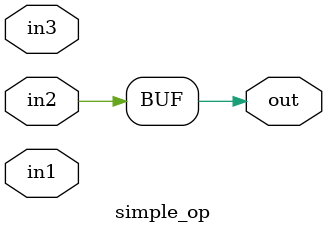
<source format=v>

module simple_op(in1,in2,in3,out);
    input  in1;
    input  in2;
    input  in3;
    output out;

    `define second

    `ifdef first
        assign out = in1;
    `elsif second
        assign out = in2;
    `else
        assign out = in3;
    `endif 
    
endmodule
</source>
